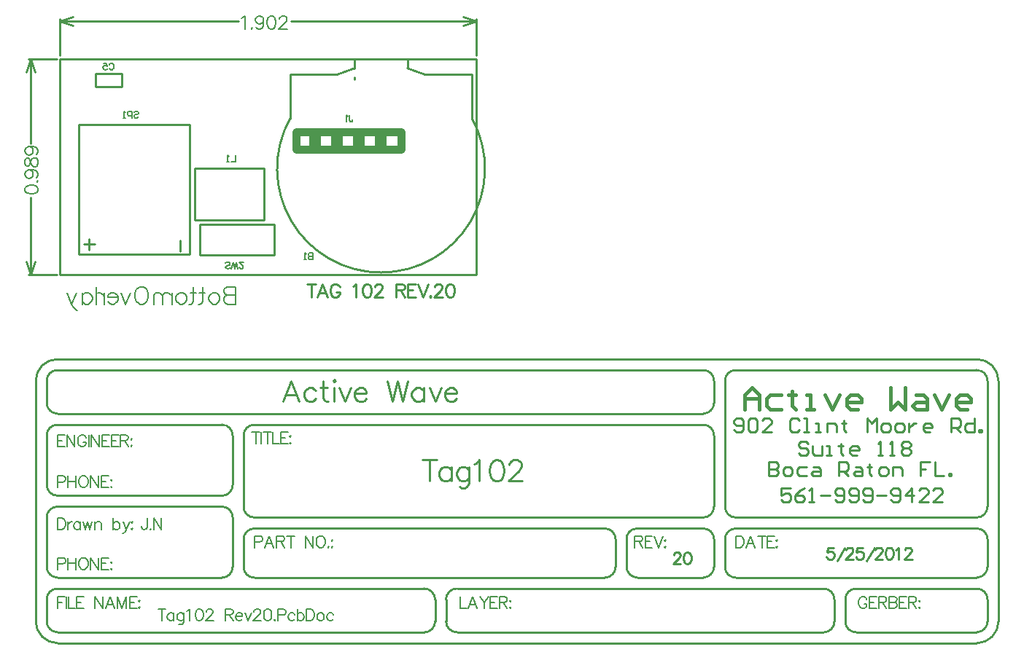
<source format=gbo>
%FSLAX25Y25*%
%MOIN*%
G70*
G01*
G75*
G04 Layer_Color=32896*
%ADD10C,0.03000*%
%ADD11R,0.03600X0.03600*%
%ADD12R,0.05000X0.03600*%
%ADD13R,0.08000X0.06000*%
%ADD14R,0.02362X0.02362*%
%ADD15C,0.04000*%
%ADD16R,0.07400X0.04500*%
%ADD17R,0.03600X0.03600*%
%ADD18R,0.03600X0.05000*%
%ADD19R,0.02000X0.05000*%
%ADD20R,0.06299X0.05906*%
%ADD21R,0.02362X0.10000*%
%ADD22R,0.02362X0.09000*%
%ADD23R,0.07000X0.02362*%
%ADD24R,0.09000X0.02362*%
%ADD25O,0.02400X0.08000*%
%ADD26R,0.01378X0.03543*%
%ADD27R,0.01378X0.03543*%
%ADD28O,0.01600X0.06000*%
%ADD29O,0.01600X0.06000*%
%ADD30R,0.03000X0.03000*%
%ADD31R,0.03000X0.03000*%
%ADD32C,0.01000*%
%ADD33C,0.01228*%
%ADD34C,0.02000*%
%ADD35C,0.01200*%
%ADD36C,0.00800*%
%ADD37C,0.01400*%
%ADD38C,0.01500*%
%ADD39C,0.02500*%
%ADD40C,0.01600*%
%ADD41C,0.00600*%
%ADD42C,0.00900*%
%ADD43C,0.00500*%
%ADD44C,0.12200*%
%ADD45C,0.07000*%
%ADD46O,0.04000X0.06000*%
%ADD47C,0.06200*%
%ADD48R,0.06200X0.06200*%
%ADD49C,0.06000*%
%ADD50C,0.02800*%
%ADD51R,0.05700X0.03500*%
%ADD52R,0.07000X0.07000*%
%ADD53R,0.06693X0.09055*%
%ADD54R,0.23622X0.11811*%
%ADD55R,0.16000X0.18000*%
%ADD56R,0.20000X0.10000*%
%ADD57C,0.02000*%
%ADD58C,0.03200*%
%ADD59C,0.00984*%
%ADD60C,0.03500*%
%ADD61R,0.05500X0.07800*%
%ADD62R,0.05500X0.08300*%
D32*
X-80305Y-9580D02*
G03*
X-38700Y-80000I41605J-22920D01*
G01*
X-50751Y13446D02*
G03*
X-58732Y10569I12051J-45946D01*
G01*
X-38700Y-80000D02*
G03*
X2905Y-9580I0J47500D01*
G01*
X-18668Y10569D02*
G03*
X-26649Y13446I-20032J-43069D01*
G01*
X-92055Y-56011D02*
Y-32389D01*
X-123945Y-56011D02*
X-92055D01*
X-123945D02*
Y-32389D01*
X-92055D01*
X-50800Y8200D02*
X-50800D01*
Y9200D01*
X-87500Y-72087D02*
Y-57913D01*
X-121500Y-72087D02*
X-87500D01*
X-121500D02*
Y-57913D01*
X-87500D01*
X-176697Y-41700D02*
Y-12172D01*
X-126303Y-41700D02*
Y-12172D01*
Y-71621D02*
Y-41700D01*
X-176697Y-71621D02*
Y-41700D01*
Y-71621D02*
X-126303D01*
X-176697Y-12172D02*
X-126500D01*
X-176697Y-41700D02*
Y-12172D01*
X-126500D01*
X-176697Y-41700D02*
Y-12172D01*
X-157200Y7900D02*
Y10900D01*
X-169200D02*
X-157200D01*
X-169200Y4900D02*
Y10900D01*
Y4900D02*
X-157200D01*
Y7900D01*
X-200000Y17800D02*
X-186900D01*
X-200000Y-81100D02*
X-186900D01*
X-199000Y-20838D02*
Y17800D01*
Y-81100D02*
Y-45662D01*
X-201000Y11800D02*
X-199000Y17800D01*
X-197000Y11800D01*
X-199000Y-81100D02*
X-197000Y-75100D01*
X-201000D02*
X-199000Y-81100D01*
X4800Y19300D02*
Y36000D01*
X-185400Y19300D02*
Y36000D01*
X-79817Y35000D02*
X4800D01*
X-185400D02*
X-103983D01*
X-1200Y37000D02*
X4800Y35000D01*
X-1200Y33000D02*
X4800Y35000D01*
X-185400D02*
X-179400Y33000D01*
X-185400Y35000D02*
X-179400Y37000D01*
X4800Y-81100D02*
Y17800D01*
X-185400D02*
X4800D01*
X-185400Y-81100D02*
X4800D01*
X-185400D02*
Y17800D01*
X-70600Y-85201D02*
Y-91200D01*
X-72600Y-85201D02*
X-68601D01*
X-63316Y-91200D02*
X-65601Y-85201D01*
X-67887Y-91200D01*
X-67030Y-89200D02*
X-64173D01*
X-57632Y-86629D02*
X-57917Y-86058D01*
X-58489Y-85487D01*
X-59060Y-85201D01*
X-60203D01*
X-60774Y-85487D01*
X-61345Y-86058D01*
X-61631Y-86629D01*
X-61917Y-87486D01*
Y-88915D01*
X-61631Y-89772D01*
X-61345Y-90343D01*
X-60774Y-90914D01*
X-60203Y-91200D01*
X-59060D01*
X-58489Y-90914D01*
X-57917Y-90343D01*
X-57632Y-89772D01*
Y-88915D01*
X-59060D02*
X-57632D01*
X-51547Y-86344D02*
X-50976Y-86058D01*
X-50119Y-85201D01*
Y-91200D01*
X-45434Y-85201D02*
X-46291Y-85487D01*
X-46863Y-86344D01*
X-47148Y-87772D01*
Y-88629D01*
X-46863Y-90057D01*
X-46291Y-90914D01*
X-45434Y-91200D01*
X-44863D01*
X-44006Y-90914D01*
X-43435Y-90057D01*
X-43149Y-88629D01*
Y-87772D01*
X-43435Y-86344D01*
X-44006Y-85487D01*
X-44863Y-85201D01*
X-45434D01*
X-41521Y-86629D02*
Y-86344D01*
X-41235Y-85773D01*
X-40950Y-85487D01*
X-40378Y-85201D01*
X-39236D01*
X-38664Y-85487D01*
X-38379Y-85773D01*
X-38093Y-86344D01*
Y-86915D01*
X-38379Y-87486D01*
X-38950Y-88344D01*
X-41807Y-91200D01*
X-37808D01*
X-31752Y-85201D02*
Y-91200D01*
Y-85201D02*
X-29181D01*
X-28324Y-85487D01*
X-28038Y-85773D01*
X-27753Y-86344D01*
Y-86915D01*
X-28038Y-87486D01*
X-28324Y-87772D01*
X-29181Y-88058D01*
X-31752D01*
X-29752D02*
X-27753Y-91200D01*
X-22696Y-85201D02*
X-26410D01*
Y-91200D01*
X-22696D01*
X-26410Y-88058D02*
X-24125D01*
X-21697Y-85201D02*
X-19411Y-91200D01*
X-17126Y-85201D02*
X-19411Y-91200D01*
X-16069Y-90629D02*
X-16355Y-90914D01*
X-16069Y-91200D01*
X-15784Y-90914D01*
X-16069Y-90629D01*
X-14184Y-86629D02*
Y-86344D01*
X-13898Y-85773D01*
X-13613Y-85487D01*
X-13041Y-85201D01*
X-11899D01*
X-11327Y-85487D01*
X-11042Y-85773D01*
X-10756Y-86344D01*
Y-86915D01*
X-11042Y-87486D01*
X-11613Y-88344D01*
X-14470Y-91200D01*
X-10470D01*
X-7414Y-85201D02*
X-8271Y-85487D01*
X-8842Y-86344D01*
X-9128Y-87772D01*
Y-88629D01*
X-8842Y-90057D01*
X-8271Y-90914D01*
X-7414Y-91200D01*
X-6843D01*
X-5986Y-90914D01*
X-5414Y-90057D01*
X-5129Y-88629D01*
Y-87772D01*
X-5414Y-86344D01*
X-5986Y-85487D01*
X-6843Y-85201D01*
X-7414D01*
X-14008Y-229618D02*
G03*
X-19008Y-224618I-5000J0D01*
G01*
X-18892Y-244618D02*
G03*
X-14010Y-239650I84J4800D01*
G01*
X-4008Y-224618D02*
G03*
X-9008Y-229618I0J-5000D01*
G01*
Y-239618D02*
G03*
X-4095Y-244617I5000J0D01*
G01*
X168492Y-229618D02*
G03*
X163492Y-224618I-5000J0D01*
G01*
X163608Y-244618D02*
G03*
X168490Y-239650I84J4800D01*
G01*
X173492Y-239718D02*
G03*
X178478Y-244617I4900J0D01*
G01*
X178492Y-224618D02*
G03*
X173492Y-229618I0J-5000D01*
G01*
X-106508Y-154518D02*
G03*
X-111408Y-149618I-4900J0D01*
G01*
X-111308Y-182118D02*
G03*
X-106508Y-177318I0J4800D01*
G01*
Y-192018D02*
G03*
X-111579Y-187121I-4900J0D01*
G01*
X-101508Y-187218D02*
G03*
X-96608Y-192118I4900J0D01*
G01*
X-101508Y-214718D02*
G03*
X-96608Y-219618I4900J0D01*
G01*
X-111408D02*
G03*
X-106508Y-214718I0J4900D01*
G01*
X68492Y-202018D02*
G03*
X63592Y-197118I-4900J0D01*
G01*
Y-219618D02*
G03*
X68491Y-214632I0J4900D01*
G01*
X73492Y-214518D02*
G03*
X78503Y-219617I5100J0D01*
G01*
X78292Y-197118D02*
G03*
X73499Y-202169I0J-4800D01*
G01*
X-96508Y-197118D02*
G03*
X-101508Y-202118I0J-5000D01*
G01*
X-96508Y-149618D02*
G03*
X-101508Y-154618I0J-5000D01*
G01*
X-191508Y-214618D02*
G03*
X-186595Y-219617I5000J0D01*
G01*
X-186508Y-187118D02*
G03*
X-191508Y-192118I0J-5000D01*
G01*
Y-177118D02*
G03*
X-186508Y-182118I5000J0D01*
G01*
Y-149618D02*
G03*
X-191508Y-154618I0J-5000D01*
G01*
Y-139618D02*
G03*
X-186508Y-144618I5000J0D01*
G01*
Y-124618D02*
G03*
X-191508Y-129618I0J-5000D01*
G01*
X113492D02*
G03*
X108492Y-124618I-5000J0D01*
G01*
X123492D02*
G03*
X118492Y-129618I0J-5000D01*
G01*
X108492Y-144618D02*
G03*
X113492Y-139618I0J5000D01*
G01*
Y-154618D02*
G03*
X108492Y-149618I-5000J0D01*
G01*
X-186508Y-224618D02*
G03*
X-191508Y-229618I0J-5000D01*
G01*
X108579Y-192118D02*
G03*
X113493Y-187118I-87J5000D01*
G01*
X-191508Y-239618D02*
G03*
X-186595Y-244617I5000J0D01*
G01*
X113492Y-202018D02*
G03*
X108592Y-197118I-4900J0D01*
G01*
X118492Y-214718D02*
G03*
X123477Y-219617I4900J0D01*
G01*
X108492Y-219618D02*
G03*
X113492Y-214618I0J5000D01*
G01*
X233492Y-244618D02*
G03*
X238492Y-239618I0J5000D01*
G01*
X238492Y-229530D02*
G03*
X233492Y-224617I-5000J-87D01*
G01*
Y-219618D02*
G03*
X238492Y-214618I0J5000D01*
G01*
Y-129518D02*
G03*
X233421Y-124621I-4900J0D01*
G01*
X243492Y-129618D02*
G03*
X233492Y-119618I-10000J0D01*
G01*
Y-249618D02*
G03*
X243492Y-239618I0J10000D01*
G01*
X-196508Y-239518D02*
G03*
X-186584Y-249616I10100J0D01*
G01*
X-186508Y-119618D02*
G03*
X-196508Y-129618I0J-10000D01*
G01*
X118492Y-187118D02*
G03*
X123492Y-192118I5000J0D01*
G01*
X233492D02*
G03*
X238492Y-187118I0J5000D01*
G01*
X123492Y-197118D02*
G03*
X118492Y-202118I0J-5000D01*
G01*
X238492Y-202018D02*
G03*
X233592Y-197118I-4900J0D01*
G01*
X-4008Y-244618D02*
X163492D01*
X-186508D02*
X-19008D01*
X-186508Y-224618D02*
X-19008D01*
X-4008D02*
X163492D01*
X178492Y-244618D02*
X233492D01*
X178492Y-224618D02*
X233492D01*
X-186508Y-124618D02*
X108492D01*
X-186508Y-249618D02*
X233492D01*
X-186508Y-119618D02*
X233492D01*
X-186508Y-219618D02*
X-111508D01*
X-186508Y-187118D02*
X-111508D01*
X-186508Y-182118D02*
X-111508D01*
X-186508Y-149618D02*
X-111508D01*
X-186508Y-144618D02*
X108492D01*
X-96508Y-149618D02*
X108492D01*
X-96508Y-197118D02*
X63492D01*
X-96508Y-219618D02*
X63492D01*
X78492D02*
X108492D01*
X78492Y-197118D02*
X108492D01*
X123492Y-219618D02*
X233492D01*
X123492Y-124618D02*
X233492D01*
X-96508Y-192118D02*
X108492D01*
X123492D02*
X233492D01*
X123492Y-197118D02*
X233492D01*
X-14008Y-239618D02*
Y-229618D01*
X-9008Y-239618D02*
Y-229618D01*
X168492Y-239618D02*
Y-229618D01*
X173492Y-239618D02*
Y-229618D01*
X243492Y-239618D02*
Y-129618D01*
X-191508Y-214618D02*
Y-192118D01*
X-106508Y-214618D02*
Y-192118D01*
X-191508Y-177118D02*
Y-154618D01*
X-106508Y-177118D02*
Y-154618D01*
X-191508Y-139618D02*
Y-129618D01*
X113492Y-139618D02*
Y-129618D01*
Y-187118D02*
Y-154618D01*
X-101508Y-187118D02*
Y-154618D01*
X68492Y-214618D02*
Y-202118D01*
X-101508Y-214618D02*
Y-202118D01*
X73492Y-214618D02*
Y-202118D01*
X113492Y-214618D02*
Y-202118D01*
X238492Y-239618D02*
Y-229618D01*
X-191508Y-239618D02*
Y-229618D01*
X-196508Y-239618D02*
Y-129618D01*
X118492Y-187118D02*
Y-129618D01*
X238492Y-187118D02*
Y-129618D01*
X118492Y-214618D02*
Y-202118D01*
X238492Y-214618D02*
Y-202018D01*
X138652Y-166692D02*
Y-173090D01*
X141851D01*
X142918Y-172023D01*
Y-170957D01*
X141851Y-169891D01*
X138652D01*
X141851D01*
X142918Y-168825D01*
Y-167758D01*
X141851Y-166692D01*
X138652D01*
X146116Y-173090D02*
X148249D01*
X149316Y-172023D01*
Y-169891D01*
X148249Y-168825D01*
X146116D01*
X145050Y-169891D01*
Y-172023D01*
X146116Y-173090D01*
X155713Y-168825D02*
X152514D01*
X151448Y-169891D01*
Y-172023D01*
X152514Y-173090D01*
X155713D01*
X158912Y-168825D02*
X161045D01*
X162111Y-169891D01*
Y-173090D01*
X158912D01*
X157846Y-172023D01*
X158912Y-170957D01*
X162111D01*
X170642Y-173090D02*
Y-166692D01*
X173841D01*
X174907Y-167758D01*
Y-169891D01*
X173841Y-170957D01*
X170642D01*
X172775D02*
X174907Y-173090D01*
X178106Y-168825D02*
X180239D01*
X181305Y-169891D01*
Y-173090D01*
X178106D01*
X177040Y-172023D01*
X178106Y-170957D01*
X181305D01*
X184504Y-167758D02*
Y-168825D01*
X183438D01*
X185570D01*
X184504D01*
Y-172023D01*
X185570Y-173090D01*
X189836D02*
X191968D01*
X193035Y-172023D01*
Y-169891D01*
X191968Y-168825D01*
X189836D01*
X188769Y-169891D01*
Y-172023D01*
X189836Y-173090D01*
X195167D02*
Y-168825D01*
X198366D01*
X199433Y-169891D01*
Y-173090D01*
X212228Y-166692D02*
X207963D01*
Y-169891D01*
X210096D01*
X207963D01*
Y-173090D01*
X214361Y-166692D02*
Y-173090D01*
X218626D01*
X220759D02*
Y-172023D01*
X221825D01*
Y-173090D01*
X220759D01*
X122652Y-152023D02*
X123719Y-153090D01*
X125851D01*
X126918Y-152023D01*
Y-147758D01*
X125851Y-146692D01*
X123719D01*
X122652Y-147758D01*
Y-148825D01*
X123719Y-149891D01*
X126918D01*
X129050Y-147758D02*
X130116Y-146692D01*
X132249D01*
X133316Y-147758D01*
Y-152023D01*
X132249Y-153090D01*
X130116D01*
X129050Y-152023D01*
Y-147758D01*
X139713Y-153090D02*
X135448D01*
X139713Y-148825D01*
Y-147758D01*
X138647Y-146692D01*
X136514D01*
X135448Y-147758D01*
X152509D02*
X151443Y-146692D01*
X149310D01*
X148244Y-147758D01*
Y-152023D01*
X149310Y-153090D01*
X151443D01*
X152509Y-152023D01*
X154642Y-153090D02*
X156774D01*
X155708D01*
Y-146692D01*
X154642D01*
X159974Y-153090D02*
X162106D01*
X161040D01*
Y-148825D01*
X159974D01*
X165305Y-153090D02*
Y-148825D01*
X168504D01*
X169570Y-149891D01*
Y-153090D01*
X172769Y-147758D02*
Y-148825D01*
X171703D01*
X173836D01*
X172769D01*
Y-152023D01*
X173836Y-153090D01*
X183433D02*
Y-146692D01*
X185565Y-148825D01*
X187698Y-146692D01*
Y-153090D01*
X190897D02*
X193029D01*
X194096Y-152023D01*
Y-149891D01*
X193029Y-148825D01*
X190897D01*
X189831Y-149891D01*
Y-152023D01*
X190897Y-153090D01*
X197295D02*
X199427D01*
X200494Y-152023D01*
Y-149891D01*
X199427Y-148825D01*
X197295D01*
X196228Y-149891D01*
Y-152023D01*
X197295Y-153090D01*
X202626Y-148825D02*
Y-153090D01*
Y-150957D01*
X203693Y-149891D01*
X204759Y-148825D01*
X205825D01*
X212223Y-153090D02*
X210091D01*
X209024Y-152023D01*
Y-149891D01*
X210091Y-148825D01*
X212223D01*
X213290Y-149891D01*
Y-150957D01*
X209024D01*
X221820Y-153090D02*
Y-146692D01*
X225019D01*
X226085Y-147758D01*
Y-149891D01*
X225019Y-150957D01*
X221820D01*
X223953D02*
X226085Y-153090D01*
X232483Y-146692D02*
Y-153090D01*
X229284D01*
X228218Y-152023D01*
Y-149891D01*
X229284Y-148825D01*
X232483D01*
X234616Y-153090D02*
Y-152023D01*
X235682D01*
Y-153090D01*
X234616D01*
X148417Y-178692D02*
X144152D01*
Y-181891D01*
X146285Y-180824D01*
X147351D01*
X148417Y-181891D01*
Y-184023D01*
X147351Y-185090D01*
X145219D01*
X144152Y-184023D01*
X154815Y-178692D02*
X152683Y-179758D01*
X150550Y-181891D01*
Y-184023D01*
X151617Y-185090D01*
X153749D01*
X154815Y-184023D01*
Y-182957D01*
X153749Y-181891D01*
X150550D01*
X156948Y-185090D02*
X159081D01*
X158014D01*
Y-178692D01*
X156948Y-179758D01*
X162280Y-181891D02*
X166545D01*
X168678Y-184023D02*
X169744Y-185090D01*
X171877D01*
X172943Y-184023D01*
Y-179758D01*
X171877Y-178692D01*
X169744D01*
X168678Y-179758D01*
Y-180824D01*
X169744Y-181891D01*
X172943D01*
X175076Y-184023D02*
X176142Y-185090D01*
X178275D01*
X179341Y-184023D01*
Y-179758D01*
X178275Y-178692D01*
X176142D01*
X175076Y-179758D01*
Y-180824D01*
X176142Y-181891D01*
X179341D01*
X181474Y-184023D02*
X182540Y-185090D01*
X184672D01*
X185739Y-184023D01*
Y-179758D01*
X184672Y-178692D01*
X182540D01*
X181474Y-179758D01*
Y-180824D01*
X182540Y-181891D01*
X185739D01*
X187871D02*
X192137D01*
X194269Y-184023D02*
X195336Y-185090D01*
X197468D01*
X198535Y-184023D01*
Y-179758D01*
X197468Y-178692D01*
X195336D01*
X194269Y-179758D01*
Y-180824D01*
X195336Y-181891D01*
X198535D01*
X203866Y-185090D02*
Y-178692D01*
X200667Y-181891D01*
X204933D01*
X211331Y-185090D02*
X207065D01*
X211331Y-180824D01*
Y-179758D01*
X210264Y-178692D01*
X208132D01*
X207065Y-179758D01*
X217728Y-185090D02*
X213463D01*
X217728Y-180824D01*
Y-179758D01*
X216662Y-178692D01*
X214529D01*
X213463Y-179758D01*
X156418Y-158258D02*
X155351Y-157192D01*
X153219D01*
X152152Y-158258D01*
Y-159325D01*
X153219Y-160391D01*
X155351D01*
X156418Y-161457D01*
Y-162523D01*
X155351Y-163590D01*
X153219D01*
X152152Y-162523D01*
X158550Y-159325D02*
Y-162523D01*
X159616Y-163590D01*
X162815D01*
Y-159325D01*
X164948Y-163590D02*
X167081D01*
X166014D01*
Y-159325D01*
X164948D01*
X171346Y-158258D02*
Y-159325D01*
X170280D01*
X172412D01*
X171346D01*
Y-162523D01*
X172412Y-163590D01*
X178810D02*
X176678D01*
X175611Y-162523D01*
Y-160391D01*
X176678Y-159325D01*
X178810D01*
X179877Y-160391D01*
Y-161457D01*
X175611D01*
X188407Y-163590D02*
X190540D01*
X189473D01*
Y-157192D01*
X188407Y-158258D01*
X193739Y-163590D02*
X195871D01*
X194805D01*
Y-157192D01*
X193739Y-158258D01*
X199070D02*
X200137Y-157192D01*
X202269D01*
X203336Y-158258D01*
Y-159325D01*
X202269Y-160391D01*
X203336Y-161457D01*
Y-162523D01*
X202269Y-163590D01*
X200137D01*
X199070Y-162523D01*
Y-161457D01*
X200137Y-160391D01*
X199070Y-159325D01*
Y-158258D01*
X200137Y-160391D02*
X202269D01*
D36*
X-105300Y-86502D02*
Y-94500D01*
Y-86502D02*
X-108728D01*
X-109871Y-86883D01*
X-110251Y-87264D01*
X-110632Y-88025D01*
Y-88787D01*
X-110251Y-89549D01*
X-109871Y-89929D01*
X-108728Y-90310D01*
X-105300D02*
X-108728D01*
X-109871Y-90691D01*
X-110251Y-91072D01*
X-110632Y-91834D01*
Y-92976D01*
X-110251Y-93738D01*
X-109871Y-94119D01*
X-108728Y-94500D01*
X-105300D01*
X-114327Y-89168D02*
X-113565Y-89549D01*
X-112803Y-90310D01*
X-112422Y-91453D01*
Y-92215D01*
X-112803Y-93357D01*
X-113565Y-94119D01*
X-114327Y-94500D01*
X-115469D01*
X-116231Y-94119D01*
X-116993Y-93357D01*
X-117374Y-92215D01*
Y-91453D01*
X-116993Y-90310D01*
X-116231Y-89549D01*
X-115469Y-89168D01*
X-114327D01*
X-120268Y-86502D02*
Y-92976D01*
X-120649Y-94119D01*
X-121411Y-94500D01*
X-122173D01*
X-119126Y-89168D02*
X-121792D01*
X-124458Y-86502D02*
Y-92976D01*
X-124839Y-94119D01*
X-125600Y-94500D01*
X-126362D01*
X-123315Y-89168D02*
X-125981D01*
X-129409D02*
X-128647Y-89549D01*
X-127886Y-90310D01*
X-127505Y-91453D01*
Y-92215D01*
X-127886Y-93357D01*
X-128647Y-94119D01*
X-129409Y-94500D01*
X-130552D01*
X-131314Y-94119D01*
X-132075Y-93357D01*
X-132456Y-92215D01*
Y-91453D01*
X-132075Y-90310D01*
X-131314Y-89549D01*
X-130552Y-89168D01*
X-129409D01*
X-134208D02*
Y-94500D01*
Y-90691D02*
X-135351Y-89549D01*
X-136112Y-89168D01*
X-137255D01*
X-138017Y-89549D01*
X-138398Y-90691D01*
Y-94500D01*
Y-90691D02*
X-139540Y-89549D01*
X-140302Y-89168D01*
X-141445D01*
X-142206Y-89549D01*
X-142587Y-90691D01*
Y-94500D01*
X-147386Y-86502D02*
X-146625Y-86883D01*
X-145863Y-87644D01*
X-145482Y-88406D01*
X-145101Y-89549D01*
Y-91453D01*
X-145482Y-92596D01*
X-145863Y-93357D01*
X-146625Y-94119D01*
X-147386Y-94500D01*
X-148910D01*
X-149671Y-94119D01*
X-150433Y-93357D01*
X-150814Y-92596D01*
X-151195Y-91453D01*
Y-89549D01*
X-150814Y-88406D01*
X-150433Y-87644D01*
X-149671Y-86883D01*
X-148910Y-86502D01*
X-147386D01*
X-153061Y-89168D02*
X-155346Y-94500D01*
X-157632Y-89168D02*
X-155346Y-94500D01*
X-158927Y-91453D02*
X-163497D01*
Y-90691D01*
X-163116Y-89929D01*
X-162735Y-89549D01*
X-161974Y-89168D01*
X-160831D01*
X-160069Y-89549D01*
X-159308Y-90310D01*
X-158927Y-91453D01*
Y-92215D01*
X-159308Y-93357D01*
X-160069Y-94119D01*
X-160831Y-94500D01*
X-161974D01*
X-162735Y-94119D01*
X-163497Y-93357D01*
X-165211Y-89168D02*
Y-94500D01*
Y-91453D02*
X-165592Y-90310D01*
X-166354Y-89549D01*
X-167115Y-89168D01*
X-168258D01*
X-168982Y-86502D02*
Y-94500D01*
X-175228Y-89168D02*
Y-94500D01*
Y-90310D02*
X-174466Y-89549D01*
X-173704Y-89168D01*
X-172562D01*
X-171800Y-89549D01*
X-171038Y-90310D01*
X-170657Y-91453D01*
Y-92215D01*
X-171038Y-93357D01*
X-171800Y-94119D01*
X-172562Y-94500D01*
X-173704D01*
X-174466Y-94119D01*
X-175228Y-93357D01*
X-177742Y-89168D02*
X-180027Y-94500D01*
X-182312Y-89168D02*
X-180027Y-94500D01*
X-179265Y-96023D01*
X-178503Y-96785D01*
X-177742Y-97166D01*
X-177361D01*
X-145672Y-192391D02*
Y-196454D01*
X-145926Y-197215D01*
X-146180Y-197469D01*
X-146688Y-197723D01*
X-147196D01*
X-147704Y-197469D01*
X-147958Y-197215D01*
X-148212Y-196454D01*
Y-195946D01*
X-144047Y-197215D02*
X-144301Y-197469D01*
X-144047Y-197723D01*
X-143793Y-197469D01*
X-144047Y-197215D01*
X-142625Y-192391D02*
Y-197723D01*
Y-192391D02*
X-139070Y-197723D01*
Y-192391D02*
Y-197723D01*
D38*
X127652Y-142590D02*
Y-135925D01*
X130984Y-132593D01*
X134317Y-135925D01*
Y-142590D01*
Y-137591D01*
X127652D01*
X144314Y-135925D02*
X139315D01*
X137649Y-137591D01*
Y-140924D01*
X139315Y-142590D01*
X144314D01*
X149312Y-134259D02*
Y-135925D01*
X147646D01*
X150978D01*
X149312D01*
Y-140924D01*
X150978Y-142590D01*
X155976D02*
X159309D01*
X157643D01*
Y-135925D01*
X155976D01*
X164307D02*
X167639Y-142590D01*
X170972Y-135925D01*
X179302Y-142590D02*
X175970D01*
X174304Y-140924D01*
Y-137591D01*
X175970Y-135925D01*
X179302D01*
X180968Y-137591D01*
Y-139258D01*
X174304D01*
X194297Y-132593D02*
Y-142590D01*
X197630Y-139258D01*
X200962Y-142590D01*
Y-132593D01*
X205960Y-135925D02*
X209293D01*
X210959Y-137591D01*
Y-142590D01*
X205960D01*
X204294Y-140924D01*
X205960Y-139258D01*
X210959D01*
X214291Y-135925D02*
X217623Y-142590D01*
X220955Y-135925D01*
X229286Y-142590D02*
X225954D01*
X224288Y-140924D01*
Y-137591D01*
X225954Y-135925D01*
X229286D01*
X230952Y-137591D01*
Y-139258D01*
X224288D01*
D41*
X-105200Y-26401D02*
Y-29400D01*
X-107199D01*
X-108199D02*
X-109199D01*
X-108699D01*
Y-26401D01*
X-108199Y-26901D01*
X-151599Y-6801D02*
X-151100Y-6301D01*
X-150100D01*
X-149600Y-6801D01*
Y-7301D01*
X-150100Y-7801D01*
X-151100D01*
X-151599Y-8300D01*
Y-8800D01*
X-151100Y-9300D01*
X-150100D01*
X-149600Y-8800D01*
X-152599Y-9300D02*
Y-6301D01*
X-154099D01*
X-154598Y-6801D01*
Y-7801D01*
X-154099Y-8300D01*
X-152599D01*
X-155598Y-9300D02*
X-156598D01*
X-156098D01*
Y-6301D01*
X-155598Y-6801D01*
X-70000Y-71001D02*
Y-74000D01*
X-71500D01*
X-71999Y-73500D01*
Y-73000D01*
X-71500Y-72500D01*
X-70000D01*
X-71500D01*
X-71999Y-72001D01*
Y-71501D01*
X-71500Y-71001D01*
X-70000D01*
X-72999Y-74000D02*
X-73999D01*
X-73499D01*
Y-71001D01*
X-72999Y-71501D01*
X-107700Y-77771D02*
X-107986Y-78057D01*
X-108415Y-78199D01*
X-108986D01*
X-109414Y-78057D01*
X-109700Y-77771D01*
Y-77485D01*
X-109557Y-77200D01*
X-109414Y-77057D01*
X-109129Y-76914D01*
X-108272Y-76628D01*
X-107986Y-76485D01*
X-107843Y-76343D01*
X-107700Y-76057D01*
Y-75629D01*
X-107986Y-75343D01*
X-108415Y-75200D01*
X-108986D01*
X-109414Y-75343D01*
X-109700Y-75629D01*
X-107029Y-78199D02*
X-106315Y-75200D01*
X-105601Y-78199D02*
X-106315Y-75200D01*
X-105601Y-78199D02*
X-104887Y-75200D01*
X-104173Y-78199D02*
X-104887Y-75200D01*
X-103430Y-77485D02*
Y-77628D01*
X-103287Y-77914D01*
X-103144Y-78057D01*
X-102859Y-78199D01*
X-102287D01*
X-102002Y-78057D01*
X-101859Y-77914D01*
X-101716Y-77628D01*
Y-77342D01*
X-101859Y-77057D01*
X-102145Y-76628D01*
X-103573Y-75200D01*
X-101573D01*
X-162942Y15085D02*
X-162800Y15371D01*
X-162514Y15656D01*
X-162228Y15799D01*
X-161657D01*
X-161371Y15656D01*
X-161086Y15371D01*
X-160943Y15085D01*
X-160800Y14657D01*
Y13943D01*
X-160943Y13514D01*
X-161086Y13228D01*
X-161371Y12943D01*
X-161657Y12800D01*
X-162228D01*
X-162514Y12943D01*
X-162800Y13228D01*
X-162942Y13514D01*
X-165499Y15799D02*
X-164071D01*
X-163928Y14514D01*
X-164071Y14657D01*
X-164499Y14800D01*
X-164928D01*
X-165356Y14657D01*
X-165642Y14371D01*
X-165785Y13943D01*
Y13657D01*
X-165642Y13228D01*
X-165356Y12943D01*
X-164928Y12800D01*
X-164499D01*
X-164071Y12943D01*
X-163928Y13086D01*
X-163785Y13371D01*
X-53128Y-8001D02*
Y-10286D01*
X-52985Y-10714D01*
X-52843Y-10857D01*
X-52557Y-11000D01*
X-52271D01*
X-51986Y-10857D01*
X-51843Y-10714D01*
X-51700Y-10286D01*
Y-10000D01*
X-53900Y-8572D02*
X-54185Y-8429D01*
X-54614Y-8001D01*
Y-11000D01*
X-201399Y-42348D02*
X-201114Y-43205D01*
X-200257Y-43776D01*
X-198828Y-44062D01*
X-197971D01*
X-196543Y-43776D01*
X-195686Y-43205D01*
X-195401Y-42348D01*
Y-41777D01*
X-195686Y-40920D01*
X-196543Y-40349D01*
X-197971Y-40063D01*
X-198828D01*
X-200257Y-40349D01*
X-201114Y-40920D01*
X-201399Y-41777D01*
Y-42348D01*
X-195972Y-38435D02*
X-195686Y-38720D01*
X-195401Y-38435D01*
X-195686Y-38149D01*
X-195972Y-38435D01*
X-199400Y-33121D02*
X-198543Y-33407D01*
X-197971Y-33978D01*
X-197686Y-34835D01*
Y-35121D01*
X-197971Y-35978D01*
X-198543Y-36549D01*
X-199400Y-36835D01*
X-199685D01*
X-200542Y-36549D01*
X-201114Y-35978D01*
X-201399Y-35121D01*
Y-34835D01*
X-201114Y-33978D01*
X-200542Y-33407D01*
X-199400Y-33121D01*
X-197971D01*
X-196543Y-33407D01*
X-195686Y-33978D01*
X-195401Y-34835D01*
Y-35407D01*
X-195686Y-36264D01*
X-196258Y-36549D01*
X-201399Y-30065D02*
X-201114Y-30922D01*
X-200542Y-31208D01*
X-199971D01*
X-199400Y-30922D01*
X-199114Y-30351D01*
X-198828Y-29208D01*
X-198543Y-28351D01*
X-197971Y-27780D01*
X-197400Y-27494D01*
X-196543D01*
X-195972Y-27780D01*
X-195686Y-28065D01*
X-195401Y-28922D01*
Y-30065D01*
X-195686Y-30922D01*
X-195972Y-31208D01*
X-196543Y-31493D01*
X-197400D01*
X-197971Y-31208D01*
X-198543Y-30636D01*
X-198828Y-29779D01*
X-199114Y-28637D01*
X-199400Y-28065D01*
X-199971Y-27780D01*
X-200542D01*
X-201114Y-28065D01*
X-201399Y-28922D01*
Y-30065D01*
X-199400Y-22438D02*
X-198543Y-22724D01*
X-197971Y-23295D01*
X-197686Y-24152D01*
Y-24438D01*
X-197971Y-25295D01*
X-198543Y-25866D01*
X-199400Y-26151D01*
X-199685D01*
X-200542Y-25866D01*
X-201114Y-25295D01*
X-201399Y-24438D01*
Y-24152D01*
X-201114Y-23295D01*
X-200542Y-22724D01*
X-199400Y-22438D01*
X-197971D01*
X-196543Y-22724D01*
X-195686Y-23295D01*
X-195401Y-24152D01*
Y-24723D01*
X-195686Y-25580D01*
X-196258Y-25866D01*
X-102383Y36257D02*
X-101812Y36542D01*
X-100955Y37399D01*
Y31401D01*
X-97699Y31972D02*
X-97984Y31686D01*
X-97699Y31401D01*
X-97413Y31686D01*
X-97699Y31972D01*
X-92386Y35400D02*
X-92671Y34543D01*
X-93243Y33972D01*
X-94099Y33686D01*
X-94385D01*
X-95242Y33972D01*
X-95814Y34543D01*
X-96099Y35400D01*
Y35685D01*
X-95814Y36542D01*
X-95242Y37114D01*
X-94385Y37399D01*
X-94099D01*
X-93243Y37114D01*
X-92671Y36542D01*
X-92386Y35400D01*
Y33972D01*
X-92671Y32543D01*
X-93243Y31686D01*
X-94099Y31401D01*
X-94671D01*
X-95528Y31686D01*
X-95814Y32258D01*
X-89043Y37399D02*
X-89900Y37114D01*
X-90472Y36257D01*
X-90757Y34828D01*
Y33972D01*
X-90472Y32543D01*
X-89900Y31686D01*
X-89043Y31401D01*
X-88472D01*
X-87615Y31686D01*
X-87044Y32543D01*
X-86758Y33972D01*
Y34828D01*
X-87044Y36257D01*
X-87615Y37114D01*
X-88472Y37399D01*
X-89043D01*
X-85130Y35971D02*
Y36257D01*
X-84844Y36828D01*
X-84559Y37114D01*
X-83987Y37399D01*
X-82845D01*
X-82274Y37114D01*
X-81988Y36828D01*
X-81702Y36257D01*
Y35685D01*
X-81988Y35114D01*
X-82559Y34257D01*
X-85416Y31401D01*
X-81416D01*
D42*
X-16501Y-165802D02*
Y-175400D01*
X-19700Y-165802D02*
X-13301D01*
X-6674Y-169001D02*
Y-175400D01*
Y-170372D02*
X-7588Y-169458D01*
X-8502Y-169001D01*
X-9873D01*
X-10788Y-169458D01*
X-11702Y-170372D01*
X-12159Y-171744D01*
Y-172658D01*
X-11702Y-174029D01*
X-10788Y-174943D01*
X-9873Y-175400D01*
X-8502D01*
X-7588Y-174943D01*
X-6674Y-174029D01*
X1370Y-169001D02*
Y-176314D01*
X913Y-177685D01*
X456Y-178142D01*
X-458Y-178599D01*
X-1830D01*
X-2744Y-178142D01*
X1370Y-170372D02*
X456Y-169458D01*
X-458Y-169001D01*
X-1830D01*
X-2744Y-169458D01*
X-3658Y-170372D01*
X-4115Y-171744D01*
Y-172658D01*
X-3658Y-174029D01*
X-2744Y-174943D01*
X-1830Y-175400D01*
X-458D01*
X456Y-174943D01*
X1370Y-174029D01*
X3929Y-167630D02*
X4843Y-167173D01*
X6214Y-165802D01*
Y-175400D01*
X13710Y-165802D02*
X12339Y-166259D01*
X11425Y-167630D01*
X10968Y-169915D01*
Y-171287D01*
X11425Y-173572D01*
X12339Y-174943D01*
X13710Y-175400D01*
X14624D01*
X15995Y-174943D01*
X16909Y-173572D01*
X17366Y-171287D01*
Y-169915D01*
X16909Y-167630D01*
X15995Y-166259D01*
X14624Y-165802D01*
X13710D01*
X19972Y-168087D02*
Y-167630D01*
X20428Y-166716D01*
X20886Y-166259D01*
X21800Y-165802D01*
X23628D01*
X24542Y-166259D01*
X24999Y-166716D01*
X25456Y-167630D01*
Y-168544D01*
X24999Y-169458D01*
X24085Y-170829D01*
X19514Y-175400D01*
X25913D01*
X-76195Y-139118D02*
X-79852Y-129520D01*
X-83508Y-139118D01*
X-82137Y-135918D02*
X-77566D01*
X-68471Y-134090D02*
X-69385Y-133176D01*
X-70300Y-132719D01*
X-71671D01*
X-72585Y-133176D01*
X-73499Y-134090D01*
X-73956Y-135461D01*
Y-136375D01*
X-73499Y-137747D01*
X-72585Y-138661D01*
X-71671Y-139118D01*
X-70300D01*
X-69385Y-138661D01*
X-68471Y-137747D01*
X-65043Y-129520D02*
Y-137290D01*
X-64586Y-138661D01*
X-63672Y-139118D01*
X-62758D01*
X-66415Y-132719D02*
X-63215D01*
X-60473Y-129520D02*
X-60016Y-129977D01*
X-59559Y-129520D01*
X-60016Y-129063D01*
X-60473Y-129520D01*
X-60016Y-132719D02*
Y-139118D01*
X-57868Y-132719D02*
X-55126Y-139118D01*
X-52383Y-132719D02*
X-55126Y-139118D01*
X-50829Y-135461D02*
X-45345D01*
Y-134547D01*
X-45802Y-133633D01*
X-46259Y-133176D01*
X-47173Y-132719D01*
X-48544D01*
X-49458Y-133176D01*
X-50372Y-134090D01*
X-50829Y-135461D01*
Y-136375D01*
X-50372Y-137747D01*
X-49458Y-138661D01*
X-48544Y-139118D01*
X-47173D01*
X-46259Y-138661D01*
X-45345Y-137747D01*
X-35747Y-129520D02*
X-33462Y-139118D01*
X-31176Y-129520D02*
X-33462Y-139118D01*
X-31176Y-129520D02*
X-28891Y-139118D01*
X-26606Y-129520D02*
X-28891Y-139118D01*
X-19202Y-132719D02*
Y-139118D01*
Y-134090D02*
X-20116Y-133176D01*
X-21030Y-132719D01*
X-22401D01*
X-23315Y-133176D01*
X-24229Y-134090D01*
X-24686Y-135461D01*
Y-136375D01*
X-24229Y-137747D01*
X-23315Y-138661D01*
X-22401Y-139118D01*
X-21030D01*
X-20116Y-138661D01*
X-19202Y-137747D01*
X-16642Y-132719D02*
X-13900Y-139118D01*
X-11158Y-132719D02*
X-13900Y-139118D01*
X-9604Y-135461D02*
X-4119D01*
Y-134547D01*
X-4576Y-133633D01*
X-5034Y-133176D01*
X-5948Y-132719D01*
X-7319D01*
X-8233Y-133176D01*
X-9147Y-134090D01*
X-9604Y-135461D01*
Y-136375D01*
X-9147Y-137747D01*
X-8233Y-138661D01*
X-7319Y-139118D01*
X-5948D01*
X-5034Y-138661D01*
X-4119Y-137747D01*
X94996Y-209305D02*
Y-209051D01*
X95250Y-208543D01*
X95504Y-208289D01*
X96012Y-208035D01*
X97027D01*
X97535Y-208289D01*
X97789Y-208543D01*
X98043Y-209051D01*
Y-209559D01*
X97789Y-210067D01*
X97281Y-210828D01*
X94742Y-213368D01*
X98297D01*
X101014Y-208035D02*
X100252Y-208289D01*
X99744Y-209051D01*
X99490Y-210321D01*
Y-211083D01*
X99744Y-212352D01*
X100252Y-213114D01*
X101014Y-213368D01*
X101522D01*
X102283Y-213114D01*
X102791Y-212352D01*
X103045Y-211083D01*
Y-210321D01*
X102791Y-209051D01*
X102283Y-208289D01*
X101522Y-208035D01*
X101014D01*
X168016Y-205831D02*
X165477D01*
X165223Y-208117D01*
X165477Y-207863D01*
X166239Y-207609D01*
X167000D01*
X167762Y-207863D01*
X168270Y-208370D01*
X168524Y-209132D01*
Y-209640D01*
X168270Y-210402D01*
X167762Y-210910D01*
X167000Y-211164D01*
X166239D01*
X165477Y-210910D01*
X165223Y-210656D01*
X164969Y-210148D01*
X169717Y-211925D02*
X173272Y-205831D01*
X173882Y-207101D02*
Y-206847D01*
X174135Y-206339D01*
X174389Y-206085D01*
X174897Y-205831D01*
X175913D01*
X176421Y-206085D01*
X176675Y-206339D01*
X176929Y-206847D01*
Y-207355D01*
X176675Y-207863D01*
X176167Y-208624D01*
X173628Y-211164D01*
X177182D01*
X181423Y-205831D02*
X178884D01*
X178630Y-208117D01*
X178884Y-207863D01*
X179646Y-207609D01*
X180407D01*
X181169Y-207863D01*
X181677Y-208370D01*
X181931Y-209132D01*
Y-209640D01*
X181677Y-210402D01*
X181169Y-210910D01*
X180407Y-211164D01*
X179646D01*
X178884Y-210910D01*
X178630Y-210656D01*
X178376Y-210148D01*
X183124Y-211925D02*
X186679Y-205831D01*
X187288Y-207101D02*
Y-206847D01*
X187542Y-206339D01*
X187796Y-206085D01*
X188304Y-205831D01*
X189320D01*
X189828Y-206085D01*
X190082Y-206339D01*
X190335Y-206847D01*
Y-207355D01*
X190082Y-207863D01*
X189574Y-208624D01*
X187034Y-211164D01*
X190589D01*
X193306Y-205831D02*
X192544Y-206085D01*
X192037Y-206847D01*
X191783Y-208117D01*
Y-208878D01*
X192037Y-210148D01*
X192544Y-210910D01*
X193306Y-211164D01*
X193814D01*
X194576Y-210910D01*
X195084Y-210148D01*
X195338Y-208878D01*
Y-208117D01*
X195084Y-206847D01*
X194576Y-206085D01*
X193814Y-205831D01*
X193306D01*
X196531Y-206847D02*
X197039Y-206593D01*
X197801Y-205831D01*
Y-211164D01*
X200695Y-207101D02*
Y-206847D01*
X200949Y-206339D01*
X201203Y-206085D01*
X201711Y-205831D01*
X202727D01*
X203234Y-206085D01*
X203488Y-206339D01*
X203742Y-206847D01*
Y-207355D01*
X203488Y-207863D01*
X202980Y-208624D01*
X200441Y-211164D01*
X203996D01*
D43*
X183301Y-229555D02*
X183047Y-229047D01*
X182539Y-228539D01*
X182031Y-228286D01*
X181016D01*
X180508Y-228539D01*
X180000Y-229047D01*
X179746Y-229555D01*
X179492Y-230317D01*
Y-231586D01*
X179746Y-232348D01*
X180000Y-232856D01*
X180508Y-233364D01*
X181016Y-233618D01*
X182031D01*
X182539Y-233364D01*
X183047Y-232856D01*
X183301Y-232348D01*
Y-231586D01*
X182031D02*
X183301D01*
X187820Y-228286D02*
X184520D01*
Y-233618D01*
X187820D01*
X184520Y-230825D02*
X186551D01*
X188709Y-228286D02*
Y-233618D01*
Y-228286D02*
X190994D01*
X191756Y-228539D01*
X192010Y-228793D01*
X192264Y-229301D01*
Y-229809D01*
X192010Y-230317D01*
X191756Y-230571D01*
X190994Y-230825D01*
X188709D01*
X190487D02*
X192264Y-233618D01*
X193457Y-228286D02*
Y-233618D01*
Y-228286D02*
X195743D01*
X196504Y-228539D01*
X196758Y-228793D01*
X197012Y-229301D01*
Y-229809D01*
X196758Y-230317D01*
X196504Y-230571D01*
X195743Y-230825D01*
X193457D02*
X195743D01*
X196504Y-231079D01*
X196758Y-231332D01*
X197012Y-231840D01*
Y-232602D01*
X196758Y-233110D01*
X196504Y-233364D01*
X195743Y-233618D01*
X193457D01*
X201506Y-228286D02*
X198205D01*
Y-233618D01*
X201506D01*
X198205Y-230825D02*
X200237D01*
X202395Y-228286D02*
Y-233618D01*
Y-228286D02*
X204680D01*
X205442Y-228539D01*
X205696Y-228793D01*
X205950Y-229301D01*
Y-229809D01*
X205696Y-230317D01*
X205442Y-230571D01*
X204680Y-230825D01*
X202395D01*
X204173D02*
X205950Y-233618D01*
X207397Y-230063D02*
X207143Y-230317D01*
X207397Y-230571D01*
X207651Y-230317D01*
X207397Y-230063D01*
Y-233110D02*
X207143Y-233364D01*
X207397Y-233618D01*
X207651Y-233364D01*
X207397Y-233110D01*
X-186508Y-228286D02*
Y-233618D01*
Y-228286D02*
X-183207D01*
X-186508Y-230825D02*
X-184477D01*
X-182598Y-228286D02*
Y-233618D01*
X-181481Y-228286D02*
Y-233618D01*
X-178434D01*
X-174549Y-228286D02*
X-177849D01*
Y-233618D01*
X-174549D01*
X-177849Y-230825D02*
X-175818D01*
X-169470Y-228286D02*
Y-233618D01*
Y-228286D02*
X-165916Y-233618D01*
Y-228286D02*
Y-233618D01*
X-160380D02*
X-162411Y-228286D01*
X-164443Y-233618D01*
X-163681Y-231840D02*
X-161142D01*
X-159136Y-228286D02*
Y-233618D01*
Y-228286D02*
X-157105Y-233618D01*
X-155073Y-228286D02*
X-157105Y-233618D01*
X-155073Y-228286D02*
Y-233618D01*
X-150249Y-228286D02*
X-153550D01*
Y-233618D01*
X-150249D01*
X-153550Y-230825D02*
X-151518D01*
X-149106Y-230063D02*
X-149360Y-230317D01*
X-149106Y-230571D01*
X-148852Y-230317D01*
X-149106Y-230063D01*
Y-233110D02*
X-149360Y-233364D01*
X-149106Y-233618D01*
X-148852Y-233364D01*
X-149106Y-233110D01*
X-186508Y-192286D02*
Y-197618D01*
Y-192286D02*
X-184731D01*
X-183969Y-192539D01*
X-183461Y-193047D01*
X-183207Y-193555D01*
X-182953Y-194317D01*
Y-195586D01*
X-183207Y-196348D01*
X-183461Y-196856D01*
X-183969Y-197364D01*
X-184731Y-197618D01*
X-186508D01*
X-181760Y-194063D02*
Y-197618D01*
Y-195586D02*
X-181506Y-194825D01*
X-180998Y-194317D01*
X-180490Y-194063D01*
X-179728D01*
X-176199D02*
Y-197618D01*
Y-194825D02*
X-176707Y-194317D01*
X-177215Y-194063D01*
X-177976D01*
X-178484Y-194317D01*
X-178992Y-194825D01*
X-179246Y-195586D01*
Y-196094D01*
X-178992Y-196856D01*
X-178484Y-197364D01*
X-177976Y-197618D01*
X-177215D01*
X-176707Y-197364D01*
X-176199Y-196856D01*
X-174777Y-194063D02*
X-173761Y-197618D01*
X-172746Y-194063D02*
X-173761Y-197618D01*
X-172746Y-194063D02*
X-171730Y-197618D01*
X-170714Y-194063D02*
X-171730Y-197618D01*
X-169470Y-194063D02*
Y-197618D01*
Y-195079D02*
X-168709Y-194317D01*
X-168201Y-194063D01*
X-167439D01*
X-166931Y-194317D01*
X-166677Y-195079D01*
Y-197618D01*
X-161091Y-192286D02*
Y-197618D01*
Y-194825D02*
X-160583Y-194317D01*
X-160075Y-194063D01*
X-159314D01*
X-158806Y-194317D01*
X-158298Y-194825D01*
X-158044Y-195586D01*
Y-196094D01*
X-158298Y-196856D01*
X-158806Y-197364D01*
X-159314Y-197618D01*
X-160075D01*
X-160583Y-197364D01*
X-161091Y-196856D01*
X-156648Y-194063D02*
X-155124Y-197618D01*
X-153601Y-194063D02*
X-155124Y-197618D01*
X-155632Y-198633D01*
X-156140Y-199141D01*
X-156648Y-199395D01*
X-156902D01*
X-152458Y-194063D02*
X-152712Y-194317D01*
X-152458Y-194571D01*
X-152204Y-194317D01*
X-152458Y-194063D01*
Y-197110D02*
X-152712Y-197364D01*
X-152458Y-197618D01*
X-152204Y-197364D01*
X-152458Y-197110D01*
X-95981Y-153035D02*
Y-158368D01*
X-97758Y-153035D02*
X-94203D01*
X-93568D02*
Y-158368D01*
X-90674Y-153035D02*
Y-158368D01*
X-92451Y-153035D02*
X-88896D01*
X-88262D02*
Y-158368D01*
X-85215D01*
X-81330Y-153035D02*
X-84631D01*
Y-158368D01*
X-81330D01*
X-84631Y-155575D02*
X-82599D01*
X-80187Y-154813D02*
X-80441Y-155067D01*
X-80187Y-155321D01*
X-79933Y-155067D01*
X-80187Y-154813D01*
Y-157860D02*
X-80441Y-158114D01*
X-80187Y-158368D01*
X-79933Y-158114D01*
X-80187Y-157860D01*
X-96508Y-203328D02*
X-94223D01*
X-93461Y-203075D01*
X-93207Y-202821D01*
X-92953Y-202313D01*
Y-201551D01*
X-93207Y-201043D01*
X-93461Y-200789D01*
X-94223Y-200535D01*
X-96508D01*
Y-205868D01*
X-87697D02*
X-89728Y-200535D01*
X-91760Y-205868D01*
X-90998Y-204090D02*
X-88459D01*
X-86453Y-200535D02*
Y-205868D01*
Y-200535D02*
X-84168D01*
X-83406Y-200789D01*
X-83152Y-201043D01*
X-82898Y-201551D01*
Y-202059D01*
X-83152Y-202567D01*
X-83406Y-202821D01*
X-84168Y-203075D01*
X-86453D01*
X-84676D02*
X-82898Y-205868D01*
X-79927Y-200535D02*
Y-205868D01*
X-81705Y-200535D02*
X-78150D01*
X-73326D02*
Y-205868D01*
Y-200535D02*
X-69771Y-205868D01*
Y-200535D02*
Y-205868D01*
X-66774Y-200535D02*
X-67282Y-200789D01*
X-67790Y-201297D01*
X-68044Y-201805D01*
X-68298Y-202567D01*
Y-203836D01*
X-68044Y-204598D01*
X-67790Y-205106D01*
X-67282Y-205614D01*
X-66774Y-205868D01*
X-65759D01*
X-65251Y-205614D01*
X-64743Y-205106D01*
X-64489Y-204598D01*
X-64235Y-203836D01*
Y-202567D01*
X-64489Y-201805D01*
X-64743Y-201297D01*
X-65251Y-200789D01*
X-65759Y-200535D01*
X-66774D01*
X-62737Y-205360D02*
X-62991Y-205614D01*
X-62737Y-205868D01*
X-62483Y-205614D01*
X-62737Y-205360D01*
X-61061Y-202313D02*
X-61315Y-202567D01*
X-61061Y-202821D01*
X-60808Y-202567D01*
X-61061Y-202313D01*
Y-205360D02*
X-61315Y-205614D01*
X-61061Y-205868D01*
X-60808Y-205614D01*
X-61061Y-205360D01*
X-183207Y-154286D02*
X-186508D01*
Y-159618D01*
X-183207D01*
X-186508Y-156825D02*
X-184477D01*
X-182318Y-154286D02*
Y-159618D01*
Y-154286D02*
X-178764Y-159618D01*
Y-154286D02*
Y-159618D01*
X-173482Y-155555D02*
X-173736Y-155047D01*
X-174244Y-154539D01*
X-174752Y-154286D01*
X-175767D01*
X-176275Y-154539D01*
X-176783Y-155047D01*
X-177037Y-155555D01*
X-177291Y-156317D01*
Y-157586D01*
X-177037Y-158348D01*
X-176783Y-158856D01*
X-176275Y-159364D01*
X-175767Y-159618D01*
X-174752D01*
X-174244Y-159364D01*
X-173736Y-158856D01*
X-173482Y-158348D01*
Y-157586D01*
X-174752D02*
X-173482D01*
X-172263Y-154286D02*
Y-159618D01*
X-171146Y-154286D02*
Y-159618D01*
Y-154286D02*
X-167591Y-159618D01*
Y-154286D02*
Y-159618D01*
X-162818Y-154286D02*
X-166119D01*
Y-159618D01*
X-162818D01*
X-166119Y-156825D02*
X-164087D01*
X-158628Y-154286D02*
X-161929D01*
Y-159618D01*
X-158628D01*
X-161929Y-156825D02*
X-159898D01*
X-157739Y-154286D02*
Y-159618D01*
Y-154286D02*
X-155454D01*
X-154692Y-154539D01*
X-154438Y-154793D01*
X-154185Y-155301D01*
Y-155809D01*
X-154438Y-156317D01*
X-154692Y-156571D01*
X-155454Y-156825D01*
X-157739D01*
X-155962D02*
X-154185Y-159618D01*
X-152737Y-156063D02*
X-152991Y-156317D01*
X-152737Y-156571D01*
X-152483Y-156317D01*
X-152737Y-156063D01*
Y-159110D02*
X-152991Y-159364D01*
X-152737Y-159618D01*
X-152483Y-159364D01*
X-152737Y-159110D01*
X-2508Y-228286D02*
Y-233618D01*
X539D01*
X5186D02*
X3154Y-228286D01*
X1123Y-233618D01*
X1885Y-231840D02*
X4424D01*
X6430Y-228286D02*
X8461Y-230825D01*
Y-233618D01*
X10492Y-228286D02*
X8461Y-230825D01*
X14479Y-228286D02*
X11178D01*
Y-233618D01*
X14479D01*
X11178Y-230825D02*
X13209D01*
X15368Y-228286D02*
Y-233618D01*
Y-228286D02*
X17653D01*
X18415Y-228539D01*
X18668Y-228793D01*
X18922Y-229301D01*
Y-229809D01*
X18668Y-230317D01*
X18415Y-230571D01*
X17653Y-230825D01*
X15368D01*
X17145D02*
X18922Y-233618D01*
X20370Y-230063D02*
X20116Y-230317D01*
X20370Y-230571D01*
X20624Y-230317D01*
X20370Y-230063D01*
Y-233110D02*
X20116Y-233364D01*
X20370Y-233618D01*
X20624Y-233364D01*
X20370Y-233110D01*
X-186508Y-213329D02*
X-184223D01*
X-183461Y-213075D01*
X-183207Y-212821D01*
X-182953Y-212313D01*
Y-211551D01*
X-183207Y-211043D01*
X-183461Y-210789D01*
X-184223Y-210536D01*
X-186508D01*
Y-215868D01*
X-181760Y-210536D02*
Y-215868D01*
X-178205Y-210536D02*
Y-215868D01*
X-181760Y-213075D02*
X-178205D01*
X-175209Y-210536D02*
X-175717Y-210789D01*
X-176224Y-211297D01*
X-176478Y-211805D01*
X-176732Y-212567D01*
Y-213836D01*
X-176478Y-214598D01*
X-176224Y-215106D01*
X-175717Y-215614D01*
X-175209Y-215868D01*
X-174193D01*
X-173685Y-215614D01*
X-173178Y-215106D01*
X-172924Y-214598D01*
X-172670Y-213836D01*
Y-212567D01*
X-172924Y-211805D01*
X-173178Y-211297D01*
X-173685Y-210789D01*
X-174193Y-210536D01*
X-175209D01*
X-171425D02*
Y-215868D01*
Y-210536D02*
X-167871Y-215868D01*
Y-210536D02*
Y-215868D01*
X-163097Y-210536D02*
X-166398D01*
Y-215868D01*
X-163097D01*
X-166398Y-213075D02*
X-164367D01*
X-161954Y-212313D02*
X-162208Y-212567D01*
X-161954Y-212821D01*
X-161700Y-212567D01*
X-161954Y-212313D01*
Y-215360D02*
X-162208Y-215614D01*
X-161954Y-215868D01*
X-161700Y-215614D01*
X-161954Y-215360D01*
X-186508Y-175829D02*
X-184223D01*
X-183461Y-175575D01*
X-183207Y-175321D01*
X-182953Y-174813D01*
Y-174051D01*
X-183207Y-173543D01*
X-183461Y-173289D01*
X-184223Y-173036D01*
X-186508D01*
Y-178368D01*
X-181760Y-173036D02*
Y-178368D01*
X-178205Y-173036D02*
Y-178368D01*
X-181760Y-175575D02*
X-178205D01*
X-175209Y-173036D02*
X-175717Y-173289D01*
X-176224Y-173797D01*
X-176478Y-174305D01*
X-176732Y-175067D01*
Y-176336D01*
X-176478Y-177098D01*
X-176224Y-177606D01*
X-175717Y-178114D01*
X-175209Y-178368D01*
X-174193D01*
X-173685Y-178114D01*
X-173178Y-177606D01*
X-172924Y-177098D01*
X-172670Y-176336D01*
Y-175067D01*
X-172924Y-174305D01*
X-173178Y-173797D01*
X-173685Y-173289D01*
X-174193Y-173036D01*
X-175209D01*
X-171425D02*
Y-178368D01*
Y-173036D02*
X-167871Y-178368D01*
Y-173036D02*
Y-178368D01*
X-163097Y-173036D02*
X-166398D01*
Y-178368D01*
X-163097D01*
X-166398Y-175575D02*
X-164367D01*
X-161954Y-174813D02*
X-162208Y-175067D01*
X-161954Y-175321D01*
X-161700Y-175067D01*
X-161954Y-174813D01*
Y-177860D02*
X-162208Y-178114D01*
X-161954Y-178368D01*
X-161700Y-178114D01*
X-161954Y-177860D01*
X77242Y-200535D02*
Y-205868D01*
Y-200535D02*
X79527D01*
X80289Y-200789D01*
X80543Y-201043D01*
X80797Y-201551D01*
Y-202059D01*
X80543Y-202567D01*
X80289Y-202821D01*
X79527Y-203075D01*
X77242D01*
X79019D02*
X80797Y-205868D01*
X85291Y-200535D02*
X81990D01*
Y-205868D01*
X85291D01*
X81990Y-203075D02*
X84022D01*
X86180Y-200535D02*
X88211Y-205868D01*
X90242Y-200535D02*
X88211Y-205868D01*
X91182Y-202313D02*
X90928Y-202567D01*
X91182Y-202821D01*
X91436Y-202567D01*
X91182Y-202313D01*
Y-205360D02*
X90928Y-205614D01*
X91182Y-205868D01*
X91436Y-205614D01*
X91182Y-205360D01*
X123492Y-200535D02*
Y-205868D01*
Y-200535D02*
X125269D01*
X126031Y-200789D01*
X126539Y-201297D01*
X126793Y-201805D01*
X127047Y-202567D01*
Y-203836D01*
X126793Y-204598D01*
X126539Y-205106D01*
X126031Y-205614D01*
X125269Y-205868D01*
X123492D01*
X132303D02*
X130271Y-200535D01*
X128240Y-205868D01*
X129002Y-204090D02*
X131541D01*
X135325Y-200535D02*
Y-205868D01*
X133547Y-200535D02*
X137102D01*
X141037D02*
X137737D01*
Y-205868D01*
X141037D01*
X137737Y-203075D02*
X139768D01*
X142180Y-202313D02*
X141926Y-202567D01*
X142180Y-202821D01*
X142434Y-202567D01*
X142180Y-202313D01*
Y-205360D02*
X141926Y-205614D01*
X142180Y-205868D01*
X142434Y-205614D01*
X142180Y-205360D01*
X-138823Y-233968D02*
Y-239300D01*
X-140600Y-233968D02*
X-137045D01*
X-133363Y-235745D02*
Y-239300D01*
Y-236507D02*
X-133871Y-235999D01*
X-134379Y-235745D01*
X-135141D01*
X-135649Y-235999D01*
X-136156Y-236507D01*
X-136410Y-237269D01*
Y-237776D01*
X-136156Y-238538D01*
X-135649Y-239046D01*
X-135141Y-239300D01*
X-134379D01*
X-133871Y-239046D01*
X-133363Y-238538D01*
X-128894Y-235745D02*
Y-239808D01*
X-129148Y-240570D01*
X-129402Y-240824D01*
X-129910Y-241077D01*
X-130672D01*
X-131180Y-240824D01*
X-128894Y-236507D02*
X-129402Y-235999D01*
X-129910Y-235745D01*
X-130672D01*
X-131180Y-235999D01*
X-131688Y-236507D01*
X-131941Y-237269D01*
Y-237776D01*
X-131688Y-238538D01*
X-131180Y-239046D01*
X-130672Y-239300D01*
X-129910D01*
X-129402Y-239046D01*
X-128894Y-238538D01*
X-127473Y-234983D02*
X-126965Y-234730D01*
X-126203Y-233968D01*
Y-239300D01*
X-122039Y-233968D02*
X-122801Y-234222D01*
X-123308Y-234983D01*
X-123562Y-236253D01*
Y-237015D01*
X-123308Y-238284D01*
X-122801Y-239046D01*
X-122039Y-239300D01*
X-121531D01*
X-120769Y-239046D01*
X-120261Y-238284D01*
X-120008Y-237015D01*
Y-236253D01*
X-120261Y-234983D01*
X-120769Y-234222D01*
X-121531Y-233968D01*
X-122039D01*
X-118560Y-235237D02*
Y-234983D01*
X-118306Y-234476D01*
X-118052Y-234222D01*
X-117544Y-233968D01*
X-116529D01*
X-116021Y-234222D01*
X-115767Y-234476D01*
X-115513Y-234983D01*
Y-235491D01*
X-115767Y-235999D01*
X-116275Y-236761D01*
X-118814Y-239300D01*
X-115259D01*
X-109876Y-233968D02*
Y-239300D01*
Y-233968D02*
X-107591D01*
X-106829Y-234222D01*
X-106575Y-234476D01*
X-106322Y-234983D01*
Y-235491D01*
X-106575Y-235999D01*
X-106829Y-236253D01*
X-107591Y-236507D01*
X-109876D01*
X-108099D02*
X-106322Y-239300D01*
X-105128Y-237269D02*
X-102081D01*
Y-236761D01*
X-102335Y-236253D01*
X-102589Y-235999D01*
X-103097Y-235745D01*
X-103858D01*
X-104366Y-235999D01*
X-104874Y-236507D01*
X-105128Y-237269D01*
Y-237776D01*
X-104874Y-238538D01*
X-104366Y-239046D01*
X-103858Y-239300D01*
X-103097D01*
X-102589Y-239046D01*
X-102081Y-238538D01*
X-100938Y-235745D02*
X-99415Y-239300D01*
X-97891Y-235745D02*
X-99415Y-239300D01*
X-96774Y-235237D02*
Y-234983D01*
X-96520Y-234476D01*
X-96266Y-234222D01*
X-95759Y-233968D01*
X-94743D01*
X-94235Y-234222D01*
X-93981Y-234476D01*
X-93727Y-234983D01*
Y-235491D01*
X-93981Y-235999D01*
X-94489Y-236761D01*
X-97028Y-239300D01*
X-93473D01*
X-90756Y-233968D02*
X-91518Y-234222D01*
X-92026Y-234983D01*
X-92280Y-236253D01*
Y-237015D01*
X-92026Y-238284D01*
X-91518Y-239046D01*
X-90756Y-239300D01*
X-90249D01*
X-89487Y-239046D01*
X-88979Y-238284D01*
X-88725Y-237015D01*
Y-236253D01*
X-88979Y-234983D01*
X-89487Y-234222D01*
X-90249Y-233968D01*
X-90756D01*
X-87278Y-238792D02*
X-87532Y-239046D01*
X-87278Y-239300D01*
X-87024Y-239046D01*
X-87278Y-238792D01*
X-85856Y-236761D02*
X-83571D01*
X-82809Y-236507D01*
X-82555Y-236253D01*
X-82301Y-235745D01*
Y-234983D01*
X-82555Y-234476D01*
X-82809Y-234222D01*
X-83571Y-233968D01*
X-85856D01*
Y-239300D01*
X-78061Y-236507D02*
X-78569Y-235999D01*
X-79076Y-235745D01*
X-79838D01*
X-80346Y-235999D01*
X-80854Y-236507D01*
X-81108Y-237269D01*
Y-237776D01*
X-80854Y-238538D01*
X-80346Y-239046D01*
X-79838Y-239300D01*
X-79076D01*
X-78569Y-239046D01*
X-78061Y-238538D01*
X-76918Y-233968D02*
Y-239300D01*
Y-236507D02*
X-76410Y-235999D01*
X-75902Y-235745D01*
X-75141D01*
X-74633Y-235999D01*
X-74125Y-236507D01*
X-73871Y-237269D01*
Y-237776D01*
X-74125Y-238538D01*
X-74633Y-239046D01*
X-75141Y-239300D01*
X-75902D01*
X-76410Y-239046D01*
X-76918Y-238538D01*
X-72729Y-233968D02*
Y-239300D01*
Y-233968D02*
X-70951D01*
X-70189Y-234222D01*
X-69682Y-234730D01*
X-69428Y-235237D01*
X-69174Y-235999D01*
Y-237269D01*
X-69428Y-238030D01*
X-69682Y-238538D01*
X-70189Y-239046D01*
X-70951Y-239300D01*
X-72729D01*
X-66711Y-235745D02*
X-67219Y-235999D01*
X-67726Y-236507D01*
X-67980Y-237269D01*
Y-237776D01*
X-67726Y-238538D01*
X-67219Y-239046D01*
X-66711Y-239300D01*
X-65949D01*
X-65441Y-239046D01*
X-64933Y-238538D01*
X-64679Y-237776D01*
Y-237269D01*
X-64933Y-236507D01*
X-65441Y-235999D01*
X-65949Y-235745D01*
X-66711D01*
X-60464Y-236507D02*
X-60972Y-235999D01*
X-61480Y-235745D01*
X-62242D01*
X-62750Y-235999D01*
X-63257Y-236507D01*
X-63511Y-237269D01*
Y-237776D01*
X-63257Y-238538D01*
X-62750Y-239046D01*
X-62242Y-239300D01*
X-61480D01*
X-60972Y-239046D01*
X-60464Y-238538D01*
D59*
X-80304Y-9580D02*
Y10500D01*
Y10569D02*
X-58732D01*
X-50751Y13446D02*
Y17750D01*
X2905Y-9580D02*
Y10500D01*
X-18668Y10569D02*
X2905D01*
X-26649Y13446D02*
Y17750D01*
X-130408Y-65322D02*
Y-70383D01*
X-174671Y-67065D02*
X-169610D01*
X-172141Y-64535D02*
Y-69595D01*
D60*
X-29650Y-23500D02*
Y-15700D01*
X-77650D02*
X-29650D01*
X-77650Y-23500D02*
Y-15700D01*
Y-23500D02*
X-29650D01*
D61*
X-38750Y-19600D02*
D03*
X-48750D02*
D03*
D62*
X-58750Y-19850D02*
D03*
X-68750D02*
D03*
M02*

</source>
